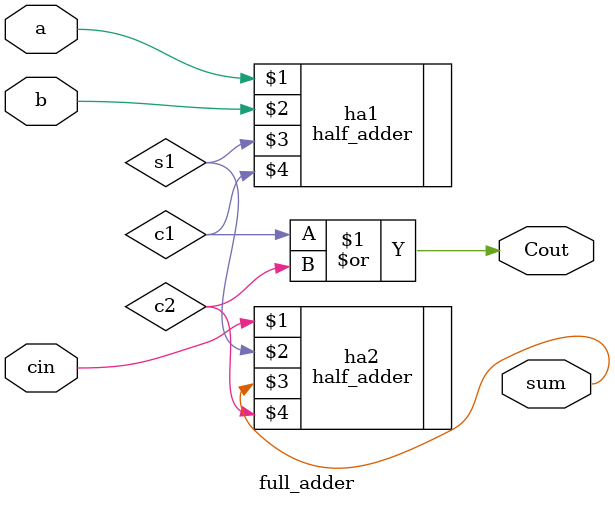
<source format=v>
`timescale 1ns / 1ps


module full_adder(input a,
    input b,
    input cin,
    output sum,
    output Cout);

    wire s1,c1,c2;
    half_adder ha1(a,b,s1,c1);
    half_adder ha2(cin,s1,sum,c2);
    assign Cout=c1|c2;

endmodule

</source>
